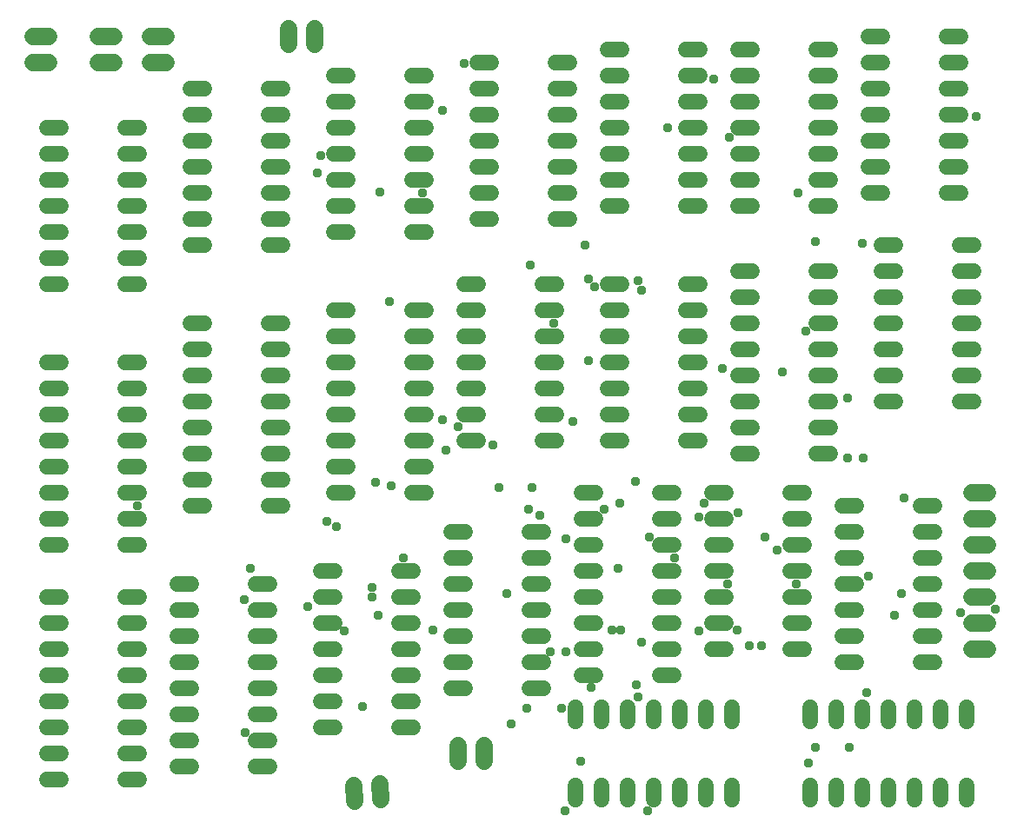
<source format=gbr>
G04 EAGLE Gerber RS-274X export*
G75*
%MOMM*%
%FSLAX34Y34*%
%LPD*%
%INSoldermask Top*%
%IPPOS*%
%AMOC8*
5,1,8,0,0,1.08239X$1,22.5*%
G01*
%ADD10C,1.524000*%
%ADD11C,1.727200*%
%ADD12C,0.959600*%


D10*
X571500Y31496D02*
X571500Y44704D01*
X596900Y44704D02*
X596900Y31496D01*
X723900Y31496D02*
X723900Y44704D01*
X723900Y107696D02*
X723900Y120904D01*
X622300Y44704D02*
X622300Y31496D01*
X647700Y31496D02*
X647700Y44704D01*
X698500Y44704D02*
X698500Y31496D01*
X673100Y31496D02*
X673100Y44704D01*
X698500Y107696D02*
X698500Y120904D01*
X673100Y120904D02*
X673100Y107696D01*
X647700Y107696D02*
X647700Y120904D01*
X622300Y120904D02*
X622300Y107696D01*
X596900Y107696D02*
X596900Y120904D01*
X571500Y120904D02*
X571500Y107696D01*
X349504Y508000D02*
X336296Y508000D01*
X336296Y482600D02*
X349504Y482600D01*
X349504Y355600D02*
X336296Y355600D01*
X336296Y330200D02*
X349504Y330200D01*
X349504Y457200D02*
X336296Y457200D01*
X336296Y431800D02*
X349504Y431800D01*
X349504Y381000D02*
X336296Y381000D01*
X336296Y406400D02*
X349504Y406400D01*
X412496Y330200D02*
X425704Y330200D01*
X425704Y355600D02*
X412496Y355600D01*
X412496Y381000D02*
X425704Y381000D01*
X425704Y406400D02*
X412496Y406400D01*
X412496Y431800D02*
X425704Y431800D01*
X425704Y457200D02*
X412496Y457200D01*
X412496Y482600D02*
X425704Y482600D01*
X425704Y508000D02*
X412496Y508000D01*
X729996Y546100D02*
X743204Y546100D01*
X743204Y520700D02*
X729996Y520700D01*
X729996Y393700D02*
X743204Y393700D01*
X743204Y368300D02*
X729996Y368300D01*
X729996Y495300D02*
X743204Y495300D01*
X743204Y469900D02*
X729996Y469900D01*
X729996Y419100D02*
X743204Y419100D01*
X743204Y444500D02*
X729996Y444500D01*
X806196Y368300D02*
X819404Y368300D01*
X819404Y393700D02*
X806196Y393700D01*
X806196Y419100D02*
X819404Y419100D01*
X819404Y444500D02*
X806196Y444500D01*
X806196Y469900D02*
X819404Y469900D01*
X819404Y495300D02*
X806196Y495300D01*
X806196Y520700D02*
X819404Y520700D01*
X819404Y546100D02*
X806196Y546100D01*
X349504Y736600D02*
X336296Y736600D01*
X336296Y711200D02*
X349504Y711200D01*
X349504Y584200D02*
X336296Y584200D01*
X412496Y584200D02*
X425704Y584200D01*
X349504Y685800D02*
X336296Y685800D01*
X336296Y660400D02*
X349504Y660400D01*
X349504Y609600D02*
X336296Y609600D01*
X336296Y635000D02*
X349504Y635000D01*
X412496Y609600D02*
X425704Y609600D01*
X425704Y635000D02*
X412496Y635000D01*
X412496Y660400D02*
X425704Y660400D01*
X425704Y685800D02*
X412496Y685800D01*
X412496Y711200D02*
X425704Y711200D01*
X425704Y736600D02*
X412496Y736600D01*
X336804Y254000D02*
X323596Y254000D01*
X323596Y228600D02*
X336804Y228600D01*
X336804Y101600D02*
X323596Y101600D01*
X399796Y101600D02*
X413004Y101600D01*
X336804Y203200D02*
X323596Y203200D01*
X323596Y177800D02*
X336804Y177800D01*
X336804Y127000D02*
X323596Y127000D01*
X323596Y152400D02*
X336804Y152400D01*
X399796Y127000D02*
X413004Y127000D01*
X413004Y152400D02*
X399796Y152400D01*
X399796Y177800D02*
X413004Y177800D01*
X413004Y203200D02*
X399796Y203200D01*
X399796Y228600D02*
X413004Y228600D01*
X413004Y254000D02*
X399796Y254000D01*
X602996Y533400D02*
X616204Y533400D01*
X616204Y508000D02*
X602996Y508000D01*
X602996Y381000D02*
X616204Y381000D01*
X679196Y381000D02*
X692404Y381000D01*
X616204Y482600D02*
X602996Y482600D01*
X602996Y457200D02*
X616204Y457200D01*
X616204Y406400D02*
X602996Y406400D01*
X602996Y431800D02*
X616204Y431800D01*
X679196Y406400D02*
X692404Y406400D01*
X692404Y431800D02*
X679196Y431800D01*
X679196Y457200D02*
X692404Y457200D01*
X692404Y482600D02*
X679196Y482600D01*
X679196Y508000D02*
X692404Y508000D01*
X692404Y533400D02*
X679196Y533400D01*
X704596Y330200D02*
X717804Y330200D01*
X717804Y304800D02*
X704596Y304800D01*
X704596Y177800D02*
X717804Y177800D01*
X780796Y177800D02*
X794004Y177800D01*
X717804Y279400D02*
X704596Y279400D01*
X704596Y254000D02*
X717804Y254000D01*
X717804Y203200D02*
X704596Y203200D01*
X704596Y228600D02*
X717804Y228600D01*
X780796Y203200D02*
X794004Y203200D01*
X794004Y228600D02*
X780796Y228600D01*
X780796Y254000D02*
X794004Y254000D01*
X794004Y279400D02*
X780796Y279400D01*
X780796Y304800D02*
X794004Y304800D01*
X794004Y330200D02*
X780796Y330200D01*
X616204Y762000D02*
X602996Y762000D01*
X602996Y736600D02*
X616204Y736600D01*
X616204Y609600D02*
X602996Y609600D01*
X679196Y609600D02*
X692404Y609600D01*
X616204Y711200D02*
X602996Y711200D01*
X602996Y685800D02*
X616204Y685800D01*
X616204Y635000D02*
X602996Y635000D01*
X602996Y660400D02*
X616204Y660400D01*
X679196Y635000D02*
X692404Y635000D01*
X692404Y660400D02*
X679196Y660400D01*
X679196Y685800D02*
X692404Y685800D01*
X692404Y711200D02*
X679196Y711200D01*
X679196Y736600D02*
X692404Y736600D01*
X692404Y762000D02*
X679196Y762000D01*
X476504Y533400D02*
X463296Y533400D01*
X463296Y508000D02*
X476504Y508000D01*
X476504Y381000D02*
X463296Y381000D01*
X539496Y381000D02*
X552704Y381000D01*
X476504Y482600D02*
X463296Y482600D01*
X463296Y457200D02*
X476504Y457200D01*
X476504Y406400D02*
X463296Y406400D01*
X463296Y431800D02*
X476504Y431800D01*
X539496Y406400D02*
X552704Y406400D01*
X552704Y431800D02*
X539496Y431800D01*
X539496Y457200D02*
X552704Y457200D01*
X552704Y482600D02*
X539496Y482600D01*
X539496Y508000D02*
X552704Y508000D01*
X552704Y533400D02*
X539496Y533400D01*
X869696Y571500D02*
X882904Y571500D01*
X882904Y546100D02*
X869696Y546100D01*
X869696Y419100D02*
X882904Y419100D01*
X945896Y419100D02*
X959104Y419100D01*
X882904Y520700D02*
X869696Y520700D01*
X869696Y495300D02*
X882904Y495300D01*
X882904Y444500D02*
X869696Y444500D01*
X869696Y469900D02*
X882904Y469900D01*
X945896Y444500D02*
X959104Y444500D01*
X959104Y469900D02*
X945896Y469900D01*
X945896Y495300D02*
X959104Y495300D01*
X959104Y520700D02*
X945896Y520700D01*
X945896Y546100D02*
X959104Y546100D01*
X959104Y571500D02*
X945896Y571500D01*
X743204Y762000D02*
X729996Y762000D01*
X729996Y736600D02*
X743204Y736600D01*
X743204Y609600D02*
X729996Y609600D01*
X806196Y609600D02*
X819404Y609600D01*
X743204Y711200D02*
X729996Y711200D01*
X729996Y685800D02*
X743204Y685800D01*
X743204Y635000D02*
X729996Y635000D01*
X729996Y660400D02*
X743204Y660400D01*
X806196Y635000D02*
X819404Y635000D01*
X819404Y660400D02*
X806196Y660400D01*
X806196Y685800D02*
X819404Y685800D01*
X819404Y711200D02*
X806196Y711200D01*
X806196Y736600D02*
X819404Y736600D01*
X819404Y762000D02*
X806196Y762000D01*
X70104Y685800D02*
X56896Y685800D01*
X56896Y660400D02*
X70104Y660400D01*
X70104Y533400D02*
X56896Y533400D01*
X133096Y533400D02*
X146304Y533400D01*
X70104Y635000D02*
X56896Y635000D01*
X56896Y609600D02*
X70104Y609600D01*
X70104Y558800D02*
X56896Y558800D01*
X56896Y584200D02*
X70104Y584200D01*
X133096Y558800D02*
X146304Y558800D01*
X146304Y584200D02*
X133096Y584200D01*
X133096Y609600D02*
X146304Y609600D01*
X146304Y635000D02*
X133096Y635000D01*
X133096Y660400D02*
X146304Y660400D01*
X146304Y685800D02*
X133096Y685800D01*
X450596Y292100D02*
X463804Y292100D01*
X463804Y266700D02*
X450596Y266700D01*
X450596Y139700D02*
X463804Y139700D01*
X526796Y139700D02*
X540004Y139700D01*
X463804Y241300D02*
X450596Y241300D01*
X450596Y215900D02*
X463804Y215900D01*
X463804Y165100D02*
X450596Y165100D01*
X450596Y190500D02*
X463804Y190500D01*
X526796Y165100D02*
X540004Y165100D01*
X540004Y190500D02*
X526796Y190500D01*
X526796Y215900D02*
X540004Y215900D01*
X540004Y241300D02*
X526796Y241300D01*
X526796Y266700D02*
X540004Y266700D01*
X540004Y292100D02*
X526796Y292100D01*
X800100Y44704D02*
X800100Y31496D01*
X825500Y31496D02*
X825500Y44704D01*
X952500Y44704D02*
X952500Y31496D01*
X952500Y107696D02*
X952500Y120904D01*
X850900Y44704D02*
X850900Y31496D01*
X876300Y31496D02*
X876300Y44704D01*
X927100Y44704D02*
X927100Y31496D01*
X901700Y31496D02*
X901700Y44704D01*
X927100Y107696D02*
X927100Y120904D01*
X901700Y120904D02*
X901700Y107696D01*
X876300Y107696D02*
X876300Y120904D01*
X850900Y120904D02*
X850900Y107696D01*
X825500Y107696D02*
X825500Y120904D01*
X800100Y120904D02*
X800100Y107696D01*
X489204Y749300D02*
X475996Y749300D01*
X475996Y723900D02*
X489204Y723900D01*
X489204Y596900D02*
X475996Y596900D01*
X552196Y596900D02*
X565404Y596900D01*
X489204Y698500D02*
X475996Y698500D01*
X475996Y673100D02*
X489204Y673100D01*
X489204Y622300D02*
X475996Y622300D01*
X475996Y647700D02*
X489204Y647700D01*
X552196Y622300D02*
X565404Y622300D01*
X565404Y647700D02*
X552196Y647700D01*
X552196Y673100D02*
X565404Y673100D01*
X565404Y698500D02*
X552196Y698500D01*
X552196Y723900D02*
X565404Y723900D01*
X565404Y749300D02*
X552196Y749300D01*
X831596Y317500D02*
X844804Y317500D01*
X844804Y292100D02*
X831596Y292100D01*
X831596Y165100D02*
X844804Y165100D01*
X907796Y165100D02*
X921004Y165100D01*
X844804Y266700D02*
X831596Y266700D01*
X831596Y241300D02*
X844804Y241300D01*
X844804Y190500D02*
X831596Y190500D01*
X831596Y215900D02*
X844804Y215900D01*
X907796Y190500D02*
X921004Y190500D01*
X921004Y215900D02*
X907796Y215900D01*
X907796Y241300D02*
X921004Y241300D01*
X921004Y266700D02*
X907796Y266700D01*
X907796Y292100D02*
X921004Y292100D01*
X921004Y317500D02*
X907796Y317500D01*
X209804Y723900D02*
X196596Y723900D01*
X196596Y698500D02*
X209804Y698500D01*
X209804Y571500D02*
X196596Y571500D01*
X272796Y571500D02*
X286004Y571500D01*
X209804Y673100D02*
X196596Y673100D01*
X196596Y647700D02*
X209804Y647700D01*
X209804Y596900D02*
X196596Y596900D01*
X196596Y622300D02*
X209804Y622300D01*
X272796Y596900D02*
X286004Y596900D01*
X286004Y622300D02*
X272796Y622300D01*
X272796Y647700D02*
X286004Y647700D01*
X286004Y673100D02*
X272796Y673100D01*
X272796Y698500D02*
X286004Y698500D01*
X286004Y723900D02*
X272796Y723900D01*
X70104Y457200D02*
X56896Y457200D01*
X56896Y431800D02*
X70104Y431800D01*
X70104Y304800D02*
X56896Y304800D01*
X56896Y279400D02*
X70104Y279400D01*
X70104Y406400D02*
X56896Y406400D01*
X56896Y381000D02*
X70104Y381000D01*
X70104Y330200D02*
X56896Y330200D01*
X56896Y355600D02*
X70104Y355600D01*
X133096Y279400D02*
X146304Y279400D01*
X146304Y304800D02*
X133096Y304800D01*
X133096Y330200D02*
X146304Y330200D01*
X146304Y355600D02*
X133096Y355600D01*
X133096Y381000D02*
X146304Y381000D01*
X146304Y406400D02*
X133096Y406400D01*
X133096Y431800D02*
X146304Y431800D01*
X146304Y457200D02*
X133096Y457200D01*
X196596Y495300D02*
X209804Y495300D01*
X209804Y469900D02*
X196596Y469900D01*
X196596Y342900D02*
X209804Y342900D01*
X209804Y317500D02*
X196596Y317500D01*
X196596Y444500D02*
X209804Y444500D01*
X209804Y419100D02*
X196596Y419100D01*
X196596Y368300D02*
X209804Y368300D01*
X209804Y393700D02*
X196596Y393700D01*
X272796Y317500D02*
X286004Y317500D01*
X286004Y342900D02*
X272796Y342900D01*
X272796Y368300D02*
X286004Y368300D01*
X286004Y393700D02*
X272796Y393700D01*
X272796Y419100D02*
X286004Y419100D01*
X286004Y444500D02*
X272796Y444500D01*
X272796Y469900D02*
X286004Y469900D01*
X286004Y495300D02*
X272796Y495300D01*
X70104Y228600D02*
X56896Y228600D01*
X56896Y203200D02*
X70104Y203200D01*
X70104Y76200D02*
X56896Y76200D01*
X56896Y50800D02*
X70104Y50800D01*
X70104Y177800D02*
X56896Y177800D01*
X56896Y152400D02*
X70104Y152400D01*
X70104Y101600D02*
X56896Y101600D01*
X56896Y127000D02*
X70104Y127000D01*
X133096Y50800D02*
X146304Y50800D01*
X146304Y76200D02*
X133096Y76200D01*
X133096Y101600D02*
X146304Y101600D01*
X146304Y127000D02*
X133096Y127000D01*
X133096Y152400D02*
X146304Y152400D01*
X146304Y177800D02*
X133096Y177800D01*
X133096Y203200D02*
X146304Y203200D01*
X146304Y228600D02*
X133096Y228600D01*
X183896Y241300D02*
X197104Y241300D01*
X197104Y215900D02*
X183896Y215900D01*
X183896Y88900D02*
X197104Y88900D01*
X197104Y63500D02*
X183896Y63500D01*
X183896Y190500D02*
X197104Y190500D01*
X197104Y165100D02*
X183896Y165100D01*
X183896Y114300D02*
X197104Y114300D01*
X197104Y139700D02*
X183896Y139700D01*
X260096Y63500D02*
X273304Y63500D01*
X273304Y88900D02*
X260096Y88900D01*
X260096Y114300D02*
X273304Y114300D01*
X273304Y139700D02*
X260096Y139700D01*
X260096Y165100D02*
X273304Y165100D01*
X273304Y190500D02*
X260096Y190500D01*
X260096Y215900D02*
X273304Y215900D01*
X273304Y241300D02*
X260096Y241300D01*
X856996Y774700D02*
X870204Y774700D01*
X870204Y749300D02*
X856996Y749300D01*
X856996Y622300D02*
X870204Y622300D01*
X933196Y622300D02*
X946404Y622300D01*
X870204Y723900D02*
X856996Y723900D01*
X856996Y698500D02*
X870204Y698500D01*
X870204Y647700D02*
X856996Y647700D01*
X856996Y673100D02*
X870204Y673100D01*
X933196Y647700D02*
X946404Y647700D01*
X946404Y673100D02*
X933196Y673100D01*
X933196Y698500D02*
X946404Y698500D01*
X946404Y723900D02*
X933196Y723900D01*
X933196Y749300D02*
X946404Y749300D01*
X946404Y774700D02*
X933196Y774700D01*
X590804Y330200D02*
X577596Y330200D01*
X577596Y304800D02*
X590804Y304800D01*
X590804Y177800D02*
X577596Y177800D01*
X577596Y152400D02*
X590804Y152400D01*
X590804Y279400D02*
X577596Y279400D01*
X577596Y254000D02*
X590804Y254000D01*
X590804Y203200D02*
X577596Y203200D01*
X577596Y228600D02*
X590804Y228600D01*
X653796Y152400D02*
X667004Y152400D01*
X667004Y177800D02*
X653796Y177800D01*
X653796Y203200D02*
X667004Y203200D01*
X667004Y228600D02*
X653796Y228600D01*
X653796Y254000D02*
X667004Y254000D01*
X667004Y279400D02*
X653796Y279400D01*
X653796Y304800D02*
X667004Y304800D01*
X667004Y330200D02*
X653796Y330200D01*
D11*
X457200Y83820D02*
X457200Y68580D01*
X482600Y68580D02*
X482600Y83820D01*
X355053Y44723D02*
X356222Y29528D01*
X381547Y31477D02*
X380378Y46672D01*
X58420Y749300D02*
X43180Y749300D01*
X43180Y774700D02*
X58420Y774700D01*
X106680Y749300D02*
X121920Y749300D01*
X121920Y774700D02*
X106680Y774700D01*
X157480Y749300D02*
X172720Y749300D01*
X172720Y774700D02*
X157480Y774700D01*
X292100Y767080D02*
X292100Y782320D01*
X317500Y782320D02*
X317500Y767080D01*
X957580Y177800D02*
X972820Y177800D01*
X972820Y203200D02*
X957580Y203200D01*
X957580Y228600D02*
X972820Y228600D01*
X972820Y254000D02*
X957580Y254000D01*
X957580Y279400D02*
X972820Y279400D01*
X972820Y304800D02*
X957580Y304800D01*
X957580Y330200D02*
X972820Y330200D01*
D12*
X528828Y335280D03*
X445008Y371856D03*
X632460Y131064D03*
X248412Y225552D03*
X527304Y551688D03*
X144780Y316992D03*
X615696Y196596D03*
X589788Y530352D03*
X390144Y516636D03*
X606552Y196596D03*
X323088Y658368D03*
X562356Y284988D03*
X536448Y307848D03*
X598932Y313944D03*
X525780Y313944D03*
X338328Y297180D03*
X560832Y19812D03*
X641604Y19812D03*
X798576Y67056D03*
X463296Y748284D03*
X580644Y571500D03*
X632460Y536448D03*
X714756Y451104D03*
X576072Y68580D03*
X752856Y181356D03*
X786384Y240792D03*
X795528Y487680D03*
X310896Y219456D03*
X504444Y231648D03*
X614172Y320040D03*
X696468Y320040D03*
X740664Y181356D03*
X364236Y121920D03*
X586740Y140208D03*
X635508Y184404D03*
X381000Y623316D03*
X583692Y537972D03*
X583692Y458724D03*
X630936Y143256D03*
X249936Y96012D03*
X509016Y105156D03*
X524256Y120396D03*
X557784Y120396D03*
X691896Y195072D03*
X345948Y195072D03*
X320040Y641604D03*
X882396Y210312D03*
X705612Y733044D03*
X891540Y324612D03*
X851916Y364236D03*
X836676Y364236D03*
X643128Y286512D03*
X376428Y339852D03*
X496824Y335280D03*
X441960Y400812D03*
X804672Y82296D03*
X719328Y240792D03*
X667512Y266700D03*
X629412Y341376D03*
X729996Y310896D03*
X772668Y448056D03*
X836676Y422148D03*
X856488Y248412D03*
X490728Y376428D03*
X422148Y621792D03*
X379476Y210312D03*
X373380Y228600D03*
X391668Y336804D03*
X979932Y216408D03*
X888492Y231648D03*
X635508Y527304D03*
X854964Y135636D03*
X768096Y274320D03*
X755904Y286512D03*
X691896Y306324D03*
X568452Y399288D03*
X457200Y394716D03*
X329184Y301752D03*
X254508Y256032D03*
X838200Y82296D03*
X373380Y237744D03*
X432816Y196596D03*
X547116Y175260D03*
X562356Y175260D03*
X728472Y196596D03*
X612648Y256032D03*
X661416Y685800D03*
X403860Y266700D03*
X961644Y696468D03*
X441960Y702564D03*
X804672Y574548D03*
X550164Y495300D03*
X720852Y676656D03*
X787908Y621792D03*
X946404Y213360D03*
X850392Y573024D03*
M02*

</source>
